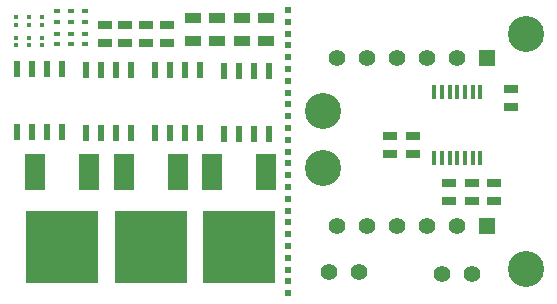
<source format=gbs>
G04 (created by PCBNEW (2013-07-07 BZR 4022)-stable) date 1/31/2014 1:18:34 AM*
%MOIN*%
G04 Gerber Fmt 3.4, Leading zero omitted, Abs format*
%FSLAX34Y34*%
G01*
G70*
G90*
G04 APERTURE LIST*
%ADD10C,0.00590551*%
%ADD11R,0.0118X0.0512*%
%ADD12R,0.045X0.025*%
%ADD13C,0.055*%
%ADD14C,0.12*%
%ADD15R,0.055X0.055*%
%ADD16R,0.065X0.12*%
%ADD17R,0.24X0.24*%
%ADD18R,0.0236X0.0551*%
%ADD19R,0.055X0.035*%
%ADD20R,0.0236X0.0157*%
%ADD21R,0.015748X0.011811*%
%ADD22C,0.023685*%
G04 APERTURE END LIST*
G54D10*
G54D11*
X79920Y-59860D03*
X80170Y-59860D03*
X80430Y-59860D03*
X80680Y-59860D03*
X80940Y-59860D03*
X81195Y-59860D03*
X81450Y-59860D03*
X81450Y-62060D03*
X81195Y-62060D03*
X80940Y-62060D03*
X80680Y-62060D03*
X80425Y-62060D03*
X80170Y-62060D03*
X79915Y-62060D03*
G54D12*
X78440Y-61340D03*
X78440Y-61940D03*
X79220Y-61340D03*
X79220Y-61940D03*
X80420Y-62900D03*
X80420Y-63500D03*
X81160Y-62900D03*
X81160Y-63500D03*
X81900Y-62900D03*
X81900Y-63500D03*
X82480Y-60380D03*
X82480Y-59780D03*
G54D13*
X81180Y-65940D03*
X80180Y-65940D03*
G54D14*
X82960Y-57920D03*
X82960Y-65760D03*
X76220Y-60500D03*
X76220Y-62400D03*
G54D15*
X81680Y-64340D03*
G54D13*
X80680Y-64340D03*
X79680Y-64340D03*
X78680Y-64340D03*
X77680Y-64340D03*
X76680Y-64340D03*
G54D15*
X81680Y-58740D03*
G54D13*
X80680Y-58740D03*
X79680Y-58740D03*
X78680Y-58740D03*
X77680Y-58740D03*
X76680Y-58740D03*
G54D16*
X72520Y-62520D03*
G54D17*
X73420Y-65020D03*
G54D16*
X74320Y-62520D03*
X69580Y-62520D03*
G54D17*
X70480Y-65020D03*
G54D16*
X71380Y-62520D03*
X66600Y-62540D03*
G54D17*
X67500Y-65040D03*
G54D16*
X68400Y-62540D03*
G54D18*
X72910Y-61270D03*
X72910Y-59170D03*
X73410Y-61270D03*
X73910Y-61270D03*
X74410Y-61270D03*
X73410Y-59170D03*
X73910Y-59170D03*
X74410Y-59170D03*
X70610Y-61250D03*
X70610Y-59150D03*
X71110Y-61250D03*
X71610Y-61250D03*
X72110Y-61250D03*
X71110Y-59150D03*
X71610Y-59150D03*
X72110Y-59150D03*
X68290Y-61250D03*
X68290Y-59150D03*
X68790Y-61250D03*
X69290Y-61250D03*
X69790Y-61250D03*
X68790Y-59150D03*
X69290Y-59150D03*
X69790Y-59150D03*
X66010Y-61210D03*
X66010Y-59110D03*
X66510Y-61210D03*
X67010Y-61210D03*
X67510Y-61210D03*
X66510Y-59110D03*
X67010Y-59110D03*
X67510Y-59110D03*
G54D19*
X74320Y-57405D03*
X74320Y-58155D03*
X73500Y-57405D03*
X73500Y-58155D03*
X72680Y-57405D03*
X72680Y-58155D03*
X71880Y-57405D03*
X71880Y-58155D03*
G54D12*
X71020Y-57620D03*
X71020Y-58220D03*
X70320Y-57620D03*
X70320Y-58220D03*
X69620Y-57620D03*
X69620Y-58220D03*
X68940Y-57620D03*
X68940Y-58220D03*
G54D20*
X68260Y-57923D03*
X68260Y-58277D03*
X68260Y-57517D03*
X68260Y-57163D03*
X67800Y-57923D03*
X67800Y-58277D03*
X67800Y-57163D03*
X67800Y-57517D03*
X67340Y-57923D03*
X67340Y-58277D03*
X67340Y-57163D03*
X67340Y-57517D03*
G54D21*
X66840Y-58061D03*
X66840Y-58298D03*
X66840Y-57381D03*
X66840Y-57618D03*
X66400Y-58061D03*
X66400Y-58298D03*
X66400Y-57381D03*
X66400Y-57618D03*
X65960Y-58061D03*
X65960Y-58298D03*
X65980Y-57381D03*
X65980Y-57618D03*
G54D13*
X76420Y-65880D03*
X77420Y-65880D03*
G54D22*
X75040Y-58313D03*
X75040Y-57920D03*
X75040Y-57526D03*
X75040Y-59493D03*
X75040Y-59100D03*
X75040Y-58706D03*
X75040Y-57140D03*
X75040Y-60673D03*
X75040Y-60280D03*
X75040Y-59886D03*
X75040Y-61853D03*
X75040Y-61460D03*
X75040Y-61066D03*
X75040Y-63033D03*
X75040Y-62640D03*
X75040Y-62246D03*
X75040Y-64213D03*
X75040Y-63820D03*
X75040Y-63426D03*
X75040Y-65393D03*
X75040Y-65000D03*
X75040Y-64606D03*
X75040Y-66573D03*
X75040Y-66180D03*
X75040Y-65786D03*
M02*

</source>
